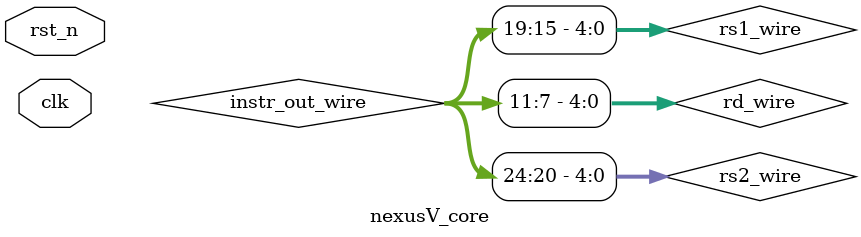
<source format=v>
`timescale 1ns/1ps
`include "rv_defs.vh"

module nexusV_core(
    input clk,
    input rst_n
);

// Active high system reset
wire rst = ~rst_n;

// Fetch cycle wire
wire [31:0] rom_out_wire;
wire [31:0] current_pc_wire;
wire [31:0] pc_nxt_wire;
wire [31:0] instr_out_wire;
wire [31:0] old_pc_wire;
wire pc_sel; // mux for pc_nxt port for JALR bit maksing

// Register File wires
wire [4:0] rs1_wire, rs2_wire, rd_wire;
wire [31:0] rs1_data_wire, rs2_data_wire, rd_data_wire;

assign rs1_wire = instr_out_wire[19:15];
assign rs2_wire = instr_out_wire[24:20];
assign rd_wire  = instr_out_wire[11:7];

// immediate generator wire
wire [31:0] imm_out_wire;

// ALU wire
wire [31:0] alu_a_in, alu_b_in;
wire zero, lt_signed, lt_unsigned;
wire [31:0] alu_out_wire;

// Data_Mem wire
wire [31:0] mem_read_data; 

// Top Module Control Signals 
wire pc_write;
wire ir_en;
wire reg_write;
wire [1:0] alu_a_sel, alu_b_sel;
wire [3:0] alu_sel;
wire [2:0] imm_sel;
wire [1:0] wb_sel;
wire mem_read_en, mem_write_en;
wire rf_latch_en;
reg [31:0] ALUOut;
wire aluout_en;
reg [31:0] RS1, RS2;

fetch_stage FETCH(
    .instr_out(rom_out_wire),
    .pc_current(current_pc_wire),
    .pc_nxt(pc_nxt_wire),
    .pc_write(pc_write),
    .clk(clk),
    .rst(rst)
);

fetch_buffer PFB(
    .old_pc(old_pc_wire),
    .instr_out(instr_out_wire),
    .pc_in(current_pc_wire),
    .instr_in(rom_out_wire),
    .ir_en(ir_en),
    .clk(clk),
    .rst(rst)
);

decoder DECODER(
    //outputs
    .pc_write(pc_write),
    .pc_sel(pc_sel),
    .ir_en(ir_en),
    .reg_write(reg_write),
    .rf_latch_en(rf_latch_en),
    .alu_sel(alu_sel),
    .alu_a_sel(alu_a_sel),
    .alu_b_sel(alu_b_sel),
    .aluout_en(aluout_en),
    .imm_sel(imm_sel),
    .mem_read_en(mem_read_en),
    .mem_write_en(mem_write_en),
    .wb_sel(wb_sel),
    //inputs
    .instr_in(instr_out_wire),
    .zero(zero),
    .lt_signed(lt_signed),
    .lt_unsigned(lt_unsigned),
    //global signal
    .clk(clk),
    .rst(rst)
);

register_file RF(
    .rs1_data(rs1_data_wire),
    .rs2_data(rs2_data_wire),
    .rd_data(rd_data_wire),
    .rs1(rs1_wire),
    .rs2(rs2_wire),
    .rd(rd_wire),
    .reg_write(reg_write),
    .clk(clk)
);

always @(posedge clk) begin
    if (rst) begin
        RS1 <= 0;
        RS2 <= 0;
    end else if (rf_latch_en) begin
        RS1 <= rs1_data_wire;
        RS2 <= rs2_data_wire;
    end
end

imm_gen SignExt(
    .imm_out(imm_out_wire),
    .instr_in(instr_out_wire),
    .imm_sel(imm_sel)
);

mux41_32 muxA(
    .mux_out(alu_a_in),
    .in0(old_pc_wire),
    .in1(RS1),
    .in2(32'd0),
    .in3(current_pc_wire),
    .select(alu_a_sel)
);

mux41_32 muxB(
    .mux_out(alu_b_in),
    .in0(RS2),
    .in1(imm_out_wire),
    .in2(32'd4),
    .in3(32'd0),
    .select(alu_b_sel)
);

alu ALU(
    .alu_out(alu_out_wire),
    .A(alu_a_in),
    .B(alu_b_in),
    .sel(alu_sel),
    .zero(zero),
    .lt_signed(lt_signed),
    .lt_unsigned(lt_unsigned)
);

always @(posedge clk) begin
    if (rst)
        ALUOut <= 32'b0;
    else if (aluout_en)
        ALUOut <= alu_out_wire;
end

data_mem DM(
    .read_data(mem_read_data),
    .misaligned(),
    .read_en(mem_read_en),
    .write_en(mem_write_en),
    .address(ALUOut),
    .write_data(RS2),
    .funct3(instr_out_wire[14:12]),
    .clk(clk)
);

assign rd_data_wire = (wb_sel == 2'b01) ? mem_read_data :
                      (wb_sel == 2'b10) ? current_pc_wire : 
                       ALUOut;

assign pc_nxt_wire =
    (pc_sel) ? (alu_out_wire & 32'hFFFFFFFE) : alu_out_wire;


endmodule
</source>
